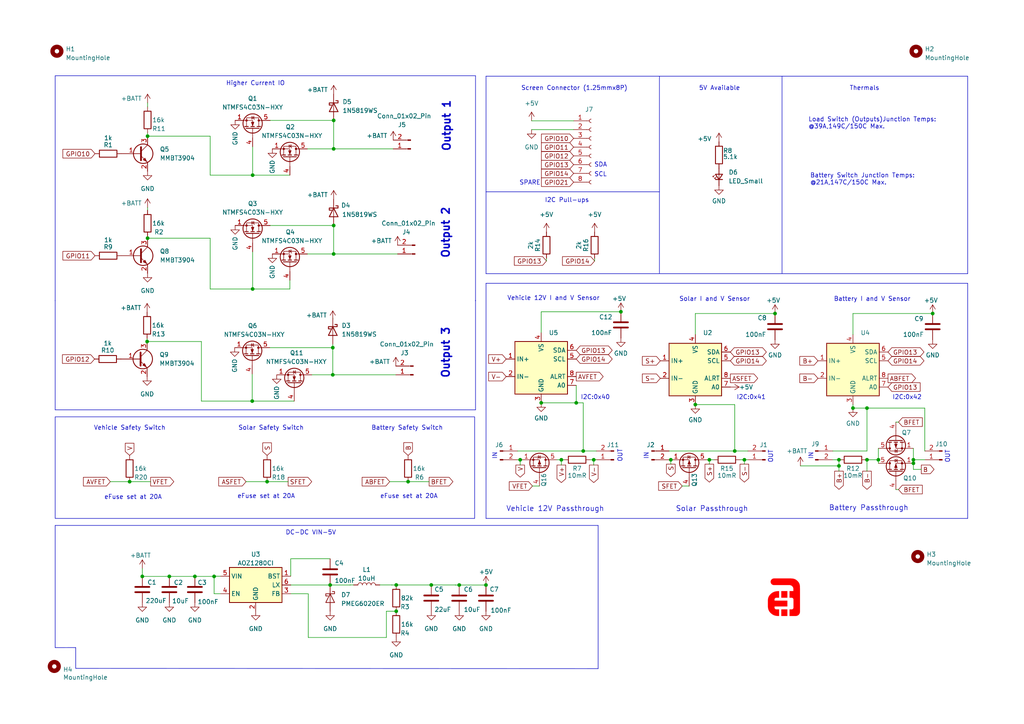
<source format=kicad_sch>
(kicad_sch (version 20231120) (generator "eeschema") (generator_version "8.0")
  (paper "A4")
  (title_block (title "Rear-IO:Basic") (date "2024-05-02") (rev "v0.3") (company "Ace's Electronics"))
  (junction (at 49.1197 167.184))
  (junction (at 254.762 133.35))
  (junction (at 41.274 167.184))
  (junction (at 96.774 73.66))
  (junction (at 169.164 130.81))
  (junction (at 264.922 133.35))
  (junction (at 243.332 133.35))
  (junction (at 125.0823 169.6649))
  (junction (at 162.814 133.35))
  (junction (at 205.74 133.35))
  (junction (at 133.1929 169.6803))
  (junction (at 180.086 90.424))
  (junction (at 77.47 139.7))
  (junction (at 73.279 50.8))
  (junction (at 96.52 100.838))
  (junction (at 56.5195 167.184))
  (junction (at 96.774 34.925))
  (junction (at 118.364 139.7))
  (junction (at 37.592 139.7))
  (junction (at 251.46 133.35))
  (junction (at 114.9223 169.6649))
  (junction (at 96.774 43.18))
  (junction (at 167.132 116.84))
  (junction (at 114.9223 177.2849))
  (junction (at 156.972 116.84))
  (junction (at 42.799 39.497))
  (junction (at 73.152 116.332))
  (junction (at 62.103 167.184))
  (junction (at 201.676 117.348))
  (junction (at 213.106 130.81))
  (junction (at 243.332 135.128))
  (junction (at 96.774 65.405))
  (junction (at 42.672 99.06))
  (junction (at 251.46 118.364))
  (junction (at 73.279 83.82))
  (junction (at 224.79 90.932))
  (junction (at 264.922 134.366))
  (junction (at 42.799 69.088))
  (junction (at 215.9 133.35))
  (junction (at 247.396 118.364))
  (junction (at 172.212 133.35))
  (junction (at 96.52 108.712))
  (junction (at 270.51 90.932))
  (junction (at 194.564 133.35))
  (junction (at 150.876 133.35))
  (junction (at 140.9493 169.6803))
  (junction (at 95.758 169.672))
  (wire (pts (xy 201.676 117.348) (xy 213.106 117.348)))
  (wire (pts (xy 247.396 90.932) (xy 270.51 90.932)))
  (wire (pts (xy 215.9 134.62) (xy 215.9 133.35)))
  (polyline (pts (xy 16.002 152.4) (xy 16.002 187.833)))
  (wire (pts (xy 71.374 139.7) (xy 77.47 139.7)))
  (wire (pts (xy 42.672 98.171) (xy 42.672 99.06)))
  (wire (pts (xy 101.5447 169.6566) (xy 102.5472 169.6566)))
  (wire (pts (xy 60.96 39.497) (xy 60.96 50.8)))
  (wire (pts (xy 243.332 136.652) (xy 243.332 135.128)))
  (polyline (pts (xy 280.67 22.098) (xy 280.67 79.375)))
  (wire (pts (xy 62.103 167.184) (xy 62.103 167.132)))
  (wire (pts (xy 85.344 116.332) (xy 73.152 116.332)))
  (wire (pts (xy 96.774 34.925) (xy 96.774 43.18)))
  (wire (pts (xy 150.876 134.874) (xy 150.876 133.35)))
  (wire (pts (xy 254.762 130.048) (xy 254.762 133.35)))
  (wire (pts (xy 96.52 92.71) (xy 96.52 92.202)))
  (wire (pts (xy 96.774 43.18) (xy 114.046 43.18)))
  (wire (pts (xy 56.5195 167.184) (xy 62.103 167.184)))
  (wire (pts (xy 101.5447 169.6566) (xy 101.5447 169.672)))
  (wire (pts (xy 194.056 133.35) (xy 194.564 133.35)))
  (wire (pts (xy 96.774 73.66) (xy 115.316 73.66)))
  (wire (pts (xy 172.212 133.35) (xy 172.974 133.35)))
  (wire (pts (xy 156.972 90.424) (xy 180.086 90.424)))
  (wire (pts (xy 60.96 69.088) (xy 42.799 69.088)))
  (wire (pts (xy 150.114 133.35) (xy 150.876 133.35)))
  (wire (pts (xy 96.52 108.712) (xy 114.808 108.712)))
  (polyline (pts (xy 137.922 21.971) (xy 137.922 87.249)))
  (wire (pts (xy 162.814 133.35) (xy 161.544 133.35)))
  (wire (pts (xy 96.52 100.838) (xy 96.52 108.712)))
  (wire (pts (xy 84.328 169.672) (xy 95.758 169.672)))
  (wire (pts (xy 73.279 50.8) (xy 84.074 50.8)))
  (wire (pts (xy 150.876 133.35) (xy 151.384 133.35)))
  (wire (pts (xy 167.132 116.84) (xy 169.164 116.84)))
  (wire (pts (xy 251.46 133.35) (xy 254.762 133.35)))
  (wire (pts (xy 264.922 130.048) (xy 264.922 133.35)))
  (wire (pts (xy 132.1012 169.6649) (xy 125.0823 169.6649)))
  (polyline (pts (xy 16.002 187.833) (xy 21.9617 187.8196)))
  (wire (pts (xy 167.132 111.76) (xy 167.132 116.84)))
  (wire (pts (xy 259.842 122.428) (xy 260.604 122.428)))
  (wire (pts (xy 41.274 167.184) (xy 49.1197 167.184)))
  (polyline (pts (xy 140.97 22.098) (xy 280.67 22.098)))
  (wire (pts (xy 132.1012 169.6803) (xy 132.1012 169.6649)))
  (wire (pts (xy 162.814 133.35) (xy 162.814 134.874)))
  (wire (pts (xy 89.154 73.66) (xy 96.774 73.66)))
  (wire (pts (xy 251.46 118.364) (xy 251.46 130.81)))
  (wire (pts (xy 154.432 140.97) (xy 156.464 140.97)))
  (wire (pts (xy 41.274 164.9009) (xy 41.274 167.184)))
  (wire (pts (xy 42.799 68.58) (xy 42.799 69.088)))
  (wire (pts (xy 169.164 130.81) (xy 150.114 130.81)))
  (wire (pts (xy 205.74 134.62) (xy 205.74 133.35)))
  (wire (pts (xy 172.974 130.81) (xy 169.164 130.81)))
  (wire (pts (xy 73.279 73.025) (xy 73.279 83.82)))
  (polyline (pts (xy 140.97 79.375) (xy 140.97 22.098)))
  (wire (pts (xy 60.96 50.8) (xy 73.279 50.8)))
  (wire (pts (xy 32.004 139.7) (xy 37.592 139.7)))
  (wire (pts (xy 194.056 130.81) (xy 213.106 130.81)))
  (wire (pts (xy 154.178 37.592) (xy 166.37 37.592)))
  (wire (pts (xy 247.396 118.364) (xy 251.46 118.364)))
  (wire (pts (xy 113.6523 169.6649) (xy 113.6523 169.6566)))
  (wire (pts (xy 113.6523 169.6649) (xy 114.9223 169.6649)))
  (wire (pts (xy 172.466 75.692) (xy 172.466 74.93)))
  (polyline (pts (xy 16.002 152.4) (xy 173.482 152.4)))
  (wire (pts (xy 254.762 133.35) (xy 254.762 134.366)))
  (polyline (pts (xy 16.002 87.122) (xy 16.002 118.872)))
  (wire (pts (xy 113.6523 169.6566) (xy 110.1672 169.6566)))
  (wire (pts (xy 42.799 39.497) (xy 60.96 39.497)))
  (wire (pts (xy 60.96 83.82) (xy 60.96 69.088)))
  (wire (pts (xy 251.46 133.35) (xy 251.206 133.35)))
  (wire (pts (xy 89.408 184.8966) (xy 112.0722 184.8966)))
  (wire (pts (xy 264.922 133.35) (xy 268.224 133.35)))
  (wire (pts (xy 243.586 133.35) (xy 243.332 133.35)))
  (polyline (pts (xy 140.97 55.626) (xy 191.262 55.626)))
  (wire (pts (xy 213.106 130.81) (xy 216.916 130.81)))
  (wire (pts (xy 42.799 29.845) (xy 42.799 30.988)))
  (wire (pts (xy 58.42 99.06) (xy 42.672 99.06)))
  (polyline (pts (xy 191.262 22.098) (xy 191.262 79.248)))
  (polyline (pts (xy 140.97 82.169) (xy 140.97 150.368)))
  (wire (pts (xy 243.332 133.35) (xy 241.554 133.35)))
  (wire (pts (xy 78.232 100.838) (xy 96.52 100.838)))
  (wire (pts (xy 37.592 139.7) (xy 43.688 139.7)))
  (wire (pts (xy 118.364 139.7) (xy 124.46 139.7)))
  (wire (pts (xy 112.0722 177.2849) (xy 114.9223 177.2849)))
  (wire (pts (xy 62.103 167.132) (xy 64.008 167.132)))
  (wire (pts (xy 42.799 38.608) (xy 42.799 39.497)))
  (wire (pts (xy 49.1197 167.184) (xy 56.5195 167.184)))
  (wire (pts (xy 62.103 167.184) (xy 62.103 172.212)))
  (polyline (pts (xy 16.002 21.971) (xy 137.922 21.971)))
  (wire (pts (xy 42.799 60.198) (xy 42.799 60.96)))
  (wire (pts (xy 78.359 65.405) (xy 96.774 65.405)))
  (wire (pts (xy 90.424 108.712) (xy 96.52 108.712)))
  (wire (pts (xy 172.212 134.874) (xy 172.212 133.35)))
  (wire (pts (xy 247.396 118.364) (xy 247.396 117.348)))
  (polyline (pts (xy 173.482 193.929) (xy 173.482 152.4)))
  (wire (pts (xy 96.52 99.822) (xy 96.52 100.838)))
  (wire (pts (xy 169.164 116.84) (xy 169.164 130.81)))
  (wire (pts (xy 96.774 65.405) (xy 96.774 73.66)))
  (wire (pts (xy 158.496 75.692) (xy 158.496 74.93)))
  (wire (pts (xy 197.866 140.97) (xy 199.898 140.97)))
  (polyline (pts (xy 140.97 79.375) (xy 280.67 79.375)))
  (wire (pts (xy 84.328 167.132) (xy 84.328 162.052)))
  (wire (pts (xy 73.279 83.82) (xy 84.074 83.82)))
  (wire (pts (xy 268.224 130.81) (xy 268.224 118.364)))
  (polyline (pts (xy 137.922 118.872) (xy 137.922 87.122)))
  (wire (pts (xy 232.156 135.128) (xy 243.332 135.128)))
  (wire (pts (xy 154.178 35.052) (xy 166.37 35.052)))
  (wire (pts (xy 133.1929 169.6803) (xy 140.9493 169.6803)))
  (polyline (pts (xy 21.9617 187.8196) (xy 21.9617 193.8544)))
  (wire (pts (xy 58.42 99.06) (xy 58.42 116.332)))
  (wire (pts (xy 201.676 97.028) (xy 201.676 90.932)))
  (polyline (pts (xy 16.002 21.971) (xy 16.002 87.249)))
  (wire (pts (xy 113.03 139.7) (xy 118.364 139.7)))
  (polyline (pts (xy 280.67 82.169) (xy 140.97 82.169)))
  (polyline (pts (xy 140.97 150.368) (xy 280.67 150.368)))
  (wire (pts (xy 132.1012 169.6803) (xy 133.1929 169.6803)))
  (wire (pts (xy 205.74 133.35) (xy 207.01 133.35)))
  (wire (pts (xy 84.074 83.82) (xy 84.074 81.28)))
  (wire (pts (xy 73.279 83.82) (xy 60.96 83.82)))
  (wire (pts (xy 194.564 133.35) (xy 194.818 133.35)))
  (wire (pts (xy 264.922 134.366) (xy 264.922 133.35)))
  (wire (pts (xy 84.328 162.052) (xy 95.758 162.052)))
  (wire (pts (xy 243.332 135.128) (xy 243.332 133.35)))
  (polyline (pts (xy 16.002 118.872) (xy 137.922 118.872)))
  (polyline (pts (xy 21.9617 193.8544) (xy 173.482 193.929)))
  (wire (pts (xy 156.972 96.52) (xy 156.972 90.424)))
  (wire (pts (xy 201.676 90.932) (xy 224.79 90.932)))
  (wire (pts (xy 171.196 133.35) (xy 172.212 133.35)))
  (wire (pts (xy 267.208 136.144) (xy 264.922 136.144)))
  (wire (pts (xy 156.972 116.84) (xy 167.132 116.84)))
  (wire (pts (xy 251.46 136.652) (xy 251.46 133.35)))
  (wire (pts (xy 78.359 34.925) (xy 96.774 34.925)))
  (wire (pts (xy 89.154 43.18) (xy 96.774 43.18)))
  (polyline (pts (xy 280.67 150.368) (xy 280.67 82.169)))
  (wire (pts (xy 64.008 172.212) (xy 62.103 172.212)))
  (wire (pts (xy 247.396 97.028) (xy 247.396 90.932)))
  (polyline (pts (xy 226.822 22.098) (xy 226.822 79.248)))
  (wire (pts (xy 58.42 116.332) (xy 73.152 116.332)))
  (wire (pts (xy 114.9223 169.6649) (xy 125.0823 169.6649)))
  (wire (pts (xy 101.5447 169.672) (xy 95.758 169.672)))
  (wire (pts (xy 194.564 134.62) (xy 194.564 133.35)))
  (wire (pts (xy 205.74 133.35) (xy 204.978 133.35)))
  (wire (pts (xy 73.152 108.458) (xy 73.152 116.332)))
  (wire (pts (xy 213.106 117.348) (xy 213.106 130.81)))
  (wire (pts (xy 241.554 130.81) (xy 251.46 130.81)))
  (wire (pts (xy 163.576 133.35) (xy 162.814 133.35)))
  (wire (pts (xy 73.279 42.545) (xy 73.279 50.8)))
  (wire (pts (xy 89.408 172.212) (xy 89.408 184.8966)))
  (wire (pts (xy 251.46 118.364) (xy 268.224 118.364)))
  (wire (pts (xy 215.9 133.35) (xy 216.916 133.35)))
  (wire (pts (xy 264.922 136.144) (xy 264.922 134.366)))
  (wire (pts (xy 84.328 172.212) (xy 89.408 172.212)))
  (wire (pts (xy 259.842 141.986) (xy 260.604 141.986)))
  (wire (pts (xy 214.63 133.35) (xy 215.9 133.35)))
  (wire (pts (xy 112.0722 184.8966) (xy 112.0722 177.2849)))
  (wire (pts (xy 77.47 139.7) (xy 83.566 139.7)))
  (rectangle (start 16.002 120.904) (end 137.668 150.368))
  (image (at 427.99 90.805) (scale 0.306966))
  (image (at 227.33 173.355) (scale 0.424068))
  (text "Higher Current IO\n" (at 65.532 25.019 0) (effects (font (size 1.27 1.27)) (justify left bottom)))
  (text "I2C:0x40" (at 168.402 116.078 0) (effects (font (size 1.27 1.27)) (justify left bottom)))
  (text "IN" (at 188.214 133.35 90) (effects (font (size 1.27 1.27)) (justify left bottom)))
  (text "Changes from 0.3 to 0.4:" (at 298.704 53.086 0) (effects (font (size 2.2 2.2) (thickness 0.44) (bold yes)) (justify left bottom)))
  (text "Changes from 0.2 to 0.3:" (at 298.704 29.464 0) (effects (font (size 2.2 2.2) (thickness 0.44) (bold yes)) (justify left bottom)))
  (text "Vehicle Safety Switch" (at 27.178 124.968 0) (effects (font (size 1.27 1.27)) (justify left bottom)))
  (text "I2C:0x41" (at 213.614 116.078 0) (effects (font (size 1.27 1.27)) (justify left bottom)))
  (text "Battery Passthrough" (at 251.968 146.558 0) (effects (font (size 1.5 1.5)) (justify top)))
  (text "IN" (at 235.966 133.35 90) (effects (font (size 1.27 1.27)) (justify left bottom)))
  (text "Load Switch (Outputs)Junction Temps: \n@39A,149C/150C Max." (at 234.442 34.036 0) (effects (font (size 1.27 1.27)) (justify left top)))
  (text "OUT" (at 275.59 130.556 90) (effects (font (size 1.27 1.27)) (justify right bottom)))
  (text "eFuse set at 20A" (at 110.236 144.78 0) (effects (font (size 1.27 1.27)) (justify left bottom)))
  (text "Output 2" (at 130.556 75.184 90) (effects (font (size 2.2 2.2) (thickness 0.44) (bold yes)) (justify left bottom)))
  (text "Battery Switch Junction Temps: \n@21A,147C/150C Max." (at 234.95 50.292 0) (effects (font (size 1.27 1.27)) (justify left top)))
  (text "DC-DC VIN-5V" (at 82.804 155.321 0) (effects (font (size 1.27 1.27)) (justify left bottom)))
  (text "Output 1" (at 130.81 44.196 90) (effects (font (size 2.2 2.2) (thickness 0.44) (bold yes)) (justify left bottom)))
  (text "Vehicle 12V Passthrough" (at 161.036 146.812 0) (effects (font (size 1.5 1.5)) (justify top)))
  (text "Screen Connector (1.25mmx8P)" (at 151.13 26.416 0) (effects (font (size 1.27 1.27)) (justify left bottom)))
  (text "OUT" (at 224.282 130.556 90) (effects (font (size 1.27 1.27)) (justify right bottom)))
  (text "Vehicle 12V I and V Sensor" (at 160.528 85.852 0) (effects (font (size 1.27 1.27)) (justify top)))
  (text "Output 3" (at 130.556 109.982 90) (effects (font (size 2.2 2.2) (thickness 0.44) (bold yes)) (justify left bottom)))
  (text "Solar Safety Switch" (at 69.088 124.968 0) (effects (font (size 1.27 1.27)) (justify left bottom)))
  (text "Changes from 0.1 to 0.2:" (at 298.704 14.986 0) (effects (font (size 2.2 2.2) (thickness 0.44) (bold yes)) (justify left bottom)))
  (text "eFuse set at 20A" (at 68.834 144.78 0) (effects (font (size 1.27 1.27)) (justify left bottom)))
  (text "eFuse set at 20A" (at 30.226 145.034 0) (effects (font (size 1.27 1.27)) (justify left bottom)))
  (text "I2C:0x42" (at 258.826 116.078 0) (effects (font (size 1.27 1.27)) (justify left bottom)))
  (text "Battery I and V Sensor" (at 252.984 86.106 0) (effects (font (size 1.27 1.27)) (justify top)))
  (text "Solar I and V Sensor" (at 207.264 86.106 0) (effects (font (size 1.27 1.27)) (justify top)))
  (text "IN" (at 144.272 133.35 90) (effects (font (size 1.27 1.27)) (justify left bottom)))
  (text "Battery Safety Switch" (at 107.696 124.968 0) (effects (font (size 1.27 1.27)) (justify left bottom)))
  (text "Removed an output\nRemoved analog current and voltage monitor\nChanged out Mosfet Driver ICs for BJTs\nChanged all outputs to high current\nAdded Solar and 12V inputs, through diodes\nAdded I2C\nAdded GPIO expander\nAdded I2C current and voltage measurement x3\nAdded MOSFETs to act as digital fuses" (at 298.958 30.861 0) (effects (font (size 1.27 1.27)) (justify left top)))
  (text "I2C Pull-ups" (at 157.988 58.928 0) (effects (font (size 1.27 1.27)) (justify left bottom)))
  (text "Modified PCB edge to better fit the reset button" (at 298.958 54.102 0) (effects (font (size 1.27 1.27)) (justify left top)))
  (text "SDA" (at 172.339 48.641 0) (effects (font (size 1.27 1.27)) (justify left bottom)))
  (text "Thermals" (at 246.38 26.416 0) (effects (font (size 1.27 1.27)) (justify left bottom)))
  (text "OUT" (at 180.594 130.302 90) (effects (font (size 1.27 1.27)) (justify right bottom)))
  (text "SPARE" (at 150.622 53.848 0) (effects (font (size 1.27 1.27)) (justify left bottom)))
  (text "5V Available" (at 202.692 26.416 0) (effects (font (size 1.27 1.27)) (justify left bottom)))
  (text "Notes to self:\nAdd a low IQ 3.3V LDO\nMove PAneL LCD HoLe doWn 3mm" (at 389.636 139.065 0) (effects (font (size 1.6 1.6)) (justify left bottom)))
  (text "Solar Passthrough" (at 206.502 146.812 0) (effects (font (size 1.5 1.5)) (justify top)))
  (text "SCL" (at 172.339 51.435 0) (effects (font (size 1.27 1.27)) (justify left bottom)))
  (text "GPIO13 changed to GPIO21\nAdded IC to measure battery current\nGPIO13 used for Current Measurement ADC\nRemoved USB" (at 299.212 23.876 0) (effects (font (size 1.27 1.27)) (justify left bottom)))
  (global_label "AVFET" (shape output) (at 167.132 109.22 0) (property "Intersheetrefs" "${INTERSHEET_REFS}" (effects (hide yes))))
  (global_label "ABFET" (shape input) (at 113.03 139.7 180) (property "Intersheetrefs" "${INTERSHEET_REFS}" (effects (hide yes))))
  (global_label "GPIO14" (shape bidirectional) (at 257.556 104.648 0) (property "Intersheetrefs" "${INTERSHEET_REFS}" (effects (hide yes))))
  (global_label "BFET" (shape input) (at 260.604 141.986 0) (property "Intersheetrefs" "${INTERSHEET_REFS}" (effects (hide yes))))
  (global_label "AVFET" (shape input) (at 32.004 139.7 180) (property "Intersheetrefs" "${INTERSHEET_REFS}" (effects (hide yes))))
  (global_label "SFET" (shape input) (at 197.866 140.97 180) (property "Intersheetrefs" "${INTERSHEET_REFS}" (effects (hide yes))))
  (global_label "GPIO12" (shape input) (at 166.37 45.212 180) (property "Intersheetrefs" "${INTERSHEET_REFS}" (effects (hide yes))))
  (global_label "V" (shape input) (at 37.592 132.08 90) (property "Intersheetrefs" "${INTERSHEET_REFS}" (effects (hide yes))))
  (global_label "B-" (shape input) (at 237.236 109.728 180) (property "Intersheetrefs" "${INTERSHEET_REFS}" (effects (hide yes))))
  (global_label "V-" (shape input) (at 146.812 109.22 180) (property "Intersheetrefs" "${INTERSHEET_REFS}" (effects (hide yes))))
  (global_label "GPIO13" (shape input) (at 257.556 112.268 0) (property "Intersheetrefs" "${INTERSHEET_REFS}" (effects (hide yes))))
  (global_label "V" (shape output) (at 150.876 134.874 270) (property "Intersheetrefs" "${INTERSHEET_REFS}" (effects (hide yes))))
  (global_label "ASFET" (shape input) (at 71.374 139.7 180) (property "Intersheetrefs" "${INTERSHEET_REFS}" (effects (hide yes))))
  (global_label "GPIO14" (shape bidirectional) (at 211.836 104.648 0) (property "Intersheetrefs" "${INTERSHEET_REFS}" (effects (hide yes))))
  (global_label "GPIO11" (shape input) (at 27.559 74.168 180) (property "Intersheetrefs" "${INTERSHEET_REFS}" (effects (hide yes))))
  (global_label "V+" (shape input) (at 146.812 104.14 180) (property "Intersheetrefs" "${INTERSHEET_REFS}" (effects (hide yes))))
  (global_label "S+" (shape output) (at 205.74 134.62 270) (property "Intersheetrefs" "${INTERSHEET_REFS}" (effects (hide yes))))
  (global_label "VFET" (shape input) (at 154.432 140.97 180) (property "Intersheetrefs" "${INTERSHEET_REFS}" (effects (hide yes))))
  (global_label "B-" (shape output) (at 251.46 136.652 270) (property "Intersheetrefs" "${INTERSHEET_REFS}" (effects (hide yes))))
  (global_label "S" (shape input) (at 77.47 132.08 90) (property "Intersheetrefs" "${INTERSHEET_REFS}" (effects (hide yes))))
  (global_label "SFET" (shape output) (at 83.566 139.7 0) (property "Intersheetrefs" "${INTERSHEET_REFS}" (effects (hide yes))))
  (global_label "GPIO14" (shape input) (at 172.466 75.692 180) (property "Intersheetrefs" "${INTERSHEET_REFS}" (effects (hide yes))))
  (global_label "GPIO13" (shape input) (at 166.37 47.752 180) (property "Intersheetrefs" "${INTERSHEET_REFS}" (effects (hide yes))))
  (global_label "GPIO21" (shape input) (at 166.37 52.832 180) (property "Intersheetrefs" "${INTERSHEET_REFS}" (effects (hide yes))))
  (global_label "GPIO14" (shape bidirectional) (at 167.132 104.14 0) (property "Intersheetrefs" "${INTERSHEET_REFS}" (effects (hide yes))))
  (global_label "GPIO13" (shape bidirectional) (at 257.556 102.108 0) (property "Intersheetrefs" "${INTERSHEET_REFS}" (effects (hide yes))))
  (global_label "VFET" (shape output) (at 43.688 139.7 0) (property "Intersheetrefs" "${INTERSHEET_REFS}" (effects (hide yes))))
  (global_label "GPIO11" (shape input) (at 166.37 42.672 180) (property "Intersheetrefs" "${INTERSHEET_REFS}" (effects (hide yes))))
  (global_label "B+" (shape output) (at 243.332 136.652 270) (property "Intersheetrefs" "${INTERSHEET_REFS}" (effects (hide yes))))
  (global_label "V-" (shape output) (at 172.212 134.874 270) (property "Intersheetrefs" "${INTERSHEET_REFS}" (effects (hide yes))))
  (global_label "GPIO13" (shape bidirectional) (at 211.836 102.108 0) (property "Intersheetrefs" "${INTERSHEET_REFS}" (effects (hide yes))))
  (global_label "GPIO10" (shape input) (at 27.559 44.577 180) (property "Intersheetrefs" "${INTERSHEET_REFS}" (effects (hide yes))))
  (global_label "B+" (shape input) (at 237.236 104.648 180) (property "Intersheetrefs" "${INTERSHEET_REFS}" (effects (hide yes))))
  (global_label "B" (shape input) (at 118.364 132.08 90) (property "Intersheetrefs" "${INTERSHEET_REFS}" (effects (hide yes))))
  (global_label "S" (shape output) (at 194.564 134.62 270) (property "Intersheetrefs" "${INTERSHEET_REFS}" (effects (hide yes))))
  (global_label "GPIO13" (shape input) (at 158.496 75.692 180) (property "Intersheetrefs" "${INTERSHEET_REFS}" (effects (hide yes))))
  (global_label "GPIO13" (shape bidirectional) (at 167.132 101.6 0) (property "Intersheetrefs" "${INTERSHEET_REFS}" (effects (hide yes))))
  (global_label "S-" (shape output) (at 215.9 134.62 270) (property "Intersheetrefs" "${INTERSHEET_REFS}" (effects (hide yes))))
  (global_label "ASFET" (shape output) (at 211.836 109.728 0) (property "Intersheetrefs" "${INTERSHEET_REFS}" (effects (hide yes))))
  (global_label "BFET" (shape output) (at 124.46 139.7 0) (property "Intersheetrefs" "${INTERSHEET_REFS}" (effects (hide yes))))
  (global_label "S+" (shape input) (at 191.516 104.648 180) (property "Intersheetrefs" "${INTERSHEET_REFS}" (effects (hide yes))))
  (global_label "B" (shape output) (at 267.208 136.144 0) (property "Intersheetrefs" "${INTERSHEET_REFS}" (effects (hide yes))))
  (global_label "GPIO12" (shape input) (at 27.432 104.14 180) (property "Intersheetrefs" "${INTERSHEET_REFS}" (effects (hide yes))))
  (global_label "GPIO10" (shape input) (at 166.37 40.132 180) (property "Intersheetrefs" "${INTERSHEET_REFS}" (effects (hide yes))))
  (global_label "GPIO14" (shape input) (at 166.37 50.292 180) (property "Intersheetrefs" "${INTERSHEET_REFS}" (effects (hide yes))))
  (global_label "ABFET" (shape output) (at 257.556 109.728 0) (property "Intersheetrefs" "${INTERSHEET_REFS}" (effects (hide yes))))
  (global_label "V+" (shape output) (at 162.814 134.874 270) (property "Intersheetrefs" "${INTERSHEET_REFS}" (effects (hide yes))))
  (global_label "S-" (shape input) (at 191.516 109.728 180) (property "Intersheetrefs" "${INTERSHEET_REFS}" (effects (hide yes))))
  (global_label "BFET" (shape input) (at 260.604 122.428 0) (property "Intersheetrefs" "${INTERSHEET_REFS}" (effects (hide yes))))
  (symbol (lib_id "INA236AIDDFR_C5443912:INA236AIDDFR_C5443912") (at 201.676 107.188 0) (unit 1)
    (property "Reference" "U2" (at 203.8701 96.52 0) (effects (justify left)))
    (property "Value" "INA236AIDDFR_C5443912" (effects (hide yes)))
    (property "Footprint" "Package_TO_SOT_SMD:SOT-23-8" (effects (hide yes)))
    (property "Datasheet" "http://www.ti.com/lit/ds/symlink/ina219.pdf" (effects (hide yes)))
    (property "Description" "Zero-Drift, Bidirectional Current/Power Monitor (0-26V) With I2C Interface, SOT-23-8" (effects (hide yes)))
    (property "lcsc" "C5443912" (effects (hide yes)))
  )
  (symbol (lib_id "Device:R") (at 31.369 44.577 90) (unit 1)
    (property "Reference" "R1" (at 31.369 42.037 90))
    (property "Value" "1k" (at 31.369 40.005 90))
    (property "Footprint" "Resistor_SMD:R_0603_1608Metric" (effects (hide yes)))
    (property "lcsc" "C21190" (effects (hide yes)))
  )
  (symbol (lib_id "Transistor_FET:PSMN5R2-60YL") (at 84.074 45.72 270) (mirror x) (unit 1)
    (property "Reference" "Q2" (at 82.804 36.83 90) (effects (justify left)))
    (property "Value" "NTMFS4C03N-HXY" (at 75.819 39.37 90) (effects (justify left)))
    (property "Footprint" "Package_TO_SOT_SMD:LFPAK56" (effects (hide yes)))
    (property "Datasheet" "https://assets.nexperia.com/documents/data-sheet/PSMN5R2-60YL.pdf" (effects (hide yes)))
    (property "lcsc" "C5148663" (effects (hide yes)))
  )
  (symbol (lib_id "Device:R") (at 42.672 94.361 0) (unit 1)
    (property "Reference" "R13" (at 45.974 96.901 0))
    (property "Value" "16k" (at 45.847 94.361 0))
    (property "Footprint" "Resistor_SMD:R_0603_1608Metric" (effects (hide yes)))
    (property "lcsc" "C4210" (effects (hide yes)))
  )
  (symbol (lib_id "Transistor_FET:AON6411") (at 156.464 135.89 270) (mirror x) (unit 1)
    (property "Reference" "Q16" (at 157.734 139.192 0))
    (property "Value" "AON6411" (effects (hide yes)))
    (property "Footprint" "Acea:PowerDI5060-8" (effects (hide yes)))
    (property "Datasheet" "http://www.aosmd.com/res/data_sheets/AON6411.pdf" (effects (hide yes)))
    (property "Description" "-85A Id, -20V Vds, P-Channel MOSFET, DFN-8" (effects (hide yes)))
    (property "lcsc" "C397981" (effects (hide yes)))
  )
  (symbol (lib_id "power:GND") (at 56.5195 174.804 0) (unit 1)
    (property "Reference" "#PWR09" (effects (hide yes)))
    (property "Value" "GND" (at 56.5195 179.884 0))
  )
  (symbol (lib_id "Connector:Conn_01x02_Pin") (at 119.126 43.18 180) (unit 1)
    (property "Reference" "J5" (at 116.586 36.195 0))
    (property "Value" "Conn_01x02_Pin" (at 117.221 33.655 0))
    (property "Footprint" "Connector_AMASS:AMASS_XT60PW-F_1x02_P7.20mm_Horizontal" (effects (hide yes)))
    (property "lcsc" "C428722" (effects (hide yes)))
  )
  (symbol (lib_id "Device:R") (at 31.242 104.14 90) (unit 1)
    (property "Reference" "R10" (at 31.242 101.6 90))
    (property "Value" "1k" (at 31.242 99.568 90))
    (property "Footprint" "Resistor_SMD:R_0603_1608Metric" (effects (hide yes)))
    (property "lcsc" "C21190" (effects (hide yes)))
  )
  (symbol (lib_id "power:GND") (at 270.51 98.552 0) (unit 1)
    (property "Reference" "#PWR026" (effects (hide yes)))
    (property "Value" "GND" (at 270.51 102.997 0))
  )
  (symbol (lib_id "power:GND") (at 68.072 100.838 0) (unit 1)
    (property "Reference" "#PWR024" (effects (hide yes)))
    (property "Value" "GND" (at 68.072 104.013 90) (effects (justify right)))
  )
  (symbol (lib_id "power:+5V") (at 211.836 112.268 270) (unit 1)
    (property "Reference" "#PWR029" (effects (hide yes)))
    (property "Value" "+5V" (at 216.408 112.268 90))
  )
  (symbol (lib_id "power:+5V") (at 154.178 35.052 0) (unit 1)
    (property "Reference" "#PWR01" (effects (hide yes)))
    (property "Value" "+5V" (at 154.178 29.972 0))
  )
  (symbol (lib_id "Transistor_FET:AON6411") (at 199.898 135.89 270) (mirror x) (unit 1)
    (property "Reference" "Q13" (at 201.422 139.192 0))
    (property "Value" "AON6411" (effects (hide yes)))
    (property "Footprint" "Acea:PowerDI5060-8" (effects (hide yes)))
    (property "Datasheet" "http://www.aosmd.com/res/data_sheets/AON6411.pdf" (effects (hide yes)))
    (property "Description" "-85A Id, -20V Vds, P-Channel MOSFET, DFN-8" (effects (hide yes)))
    (property "lcsc" "C397981" (effects (hide yes)))
  )
  (symbol (lib_id "Transistor_BJT:MMBT3904") (at 40.132 104.14 0) (unit 1)
    (property "Reference" "Q9" (at 46.228 102.87 0) (effects (justify left)))
    (property "Value" "MMBT3904" (at 46.228 105.41 0) (effects (justify left)))
    (property "Footprint" "Package_TO_SOT_SMD:SOT-23" (effects (hide yes)))
    (property "Datasheet" "https://www.onsemi.com/pdf/datasheet/pzt3904-d.pdf" (effects (hide yes)))
    (property "lcsc" "C8512" (effects (hide yes)))
  )
  (symbol (lib_id "power:GND") (at 133.1929 177.3003 0) (unit 1)
    (property "Reference" "#PWR016" (effects (hide yes)))
    (property "Value" "GND" (at 133.1929 182.3803 0))
  )
  (symbol (lib_id "Connector:Conn_01x02_Pin") (at 221.996 133.35 180) (unit 1)
    (property "Reference" "J1" (at 221.488 129.032 0))
    (property "Value" "Conn_01x02_Pin" (effects (hide yes)))
    (property "Footprint" "Connector_AMASS:AMASS_XT60PW-F_1x02_P7.20mm_Horizontal" (effects (hide yes)))
    (property "lcsc" "C428722" (effects (hide yes)))
  )
  (symbol (lib_id "power:+BATT") (at 42.799 60.198 0) (unit 1)
    (property "Reference" "#PWR042" (effects (hide yes)))
    (property "Value" "+BATT" (at 38.1 58.928 0))
  )
  (symbol (lib_id "power:GND") (at 125.0823 177.2849 0) (unit 1)
    (property "Reference" "#PWR013" (effects (hide yes)))
    (property "Value" "GND" (at 125.0823 182.3649 0))
  )
  (symbol (lib_id "Device:C") (at 49.1197 170.994 0) (unit 1)
    (property "Reference" "C2" (at 50.3897 168.962 0) (effects (justify left)))
    (property "Value" "10uF" (at 49.8817 174.296 0) (effects (justify left)))
    (property "Footprint" "Capacitor_SMD:C_0603_1608Metric" (effects (hide yes)))
    (property "lcsc" "C30926" (effects (hide yes)))
  )
  (symbol (lib_id "Device:R") (at 37.592 135.89 0) (unit 1)
    (property "Reference" "R20" (at 40.894 138.43 0))
    (property "Value" "16k" (at 40.767 135.89 0))
    (property "Footprint" "Resistor_SMD:R_0603_1608Metric" (effects (hide yes)))
    (property "lcsc" "C4210" (effects (hide yes)))
  )
  (symbol (lib_id "Mechanical:MountingHole") (at 15.748 193.294 0) (unit 1)
    (property "Reference" "H4" (at 18.288 194.183 0) (effects (justify left)))
    (property "Value" "MountingHole" (at 18.288 196.469 0) (effects (justify left)))
    (property "Footprint" "MountingHole:MountingHole_3.2mm_M3_DIN965_Pad" (effects (hide yes)))
  )
  (symbol (lib_id "power:+BATT") (at 114.046 40.64 0) (unit 1)
    (property "Reference" "#PWR038" (effects (hide yes)))
    (property "Value" "+BATT" (at 109.347 39.37 0))
  )
  (symbol (lib_id "power:+BATT") (at 115.316 71.12 0) (unit 1)
    (property "Reference" "#PWR050" (effects (hide yes)))
    (property "Value" "+BATT" (at 110.617 69.85 0))
  )
  (symbol (lib_id "Connector:Conn_01x02_Pin") (at 145.034 130.81 0) (unit 1)
    (property "Reference" "J6" (at 144.78 129.032 0))
    (property "Value" "Conn_01x02_Pin" (effects (hide yes)))
    (property "Footprint" "Acea:AMASS_XT90PW-M" (effects (hide yes)))
    (property "lcsc" "C3040689" (effects (hide yes)))
  )
  (symbol (lib_id "Mechanical:MountingHole") (at 16.51 14.859 0) (unit 1)
    (property "Reference" "H1" (at 19.05 14.224 0) (effects (justify left)))
    (property "Value" "MountingHole" (at 19.05 16.764 0) (effects (justify left)))
    (property "Footprint" "MountingHole:MountingHole_3.2mm_M3_DIN965_Pad" (effects (hide yes)))
  )
  (symbol (lib_id "Device:R") (at 167.386 133.35 270) (unit 1)
    (property "Reference" "R7" (at 167.386 135.89 90))
    (property "Value" "10mR" (at 167.386 137.922 90))
    (property "Footprint" "Acea:2728R_C500749" (effects (hide yes)))
    (property "lcsc" "C500749" (effects (hide yes)))
  )
  (symbol (lib_id "Connector:Conn_01x02_Pin") (at 188.976 130.81 0) (unit 1)
    (property "Reference" "J2" (at 188.722 129.032 0))
    (property "Value" "Conn_01x02_Pin" (effects (hide yes)))
    (property "Footprint" "Connector_AMASS:AMASS_XT60PW-M_1x02_P7.20mm_Horizontal" (effects (hide yes)))
    (property "lcsc" "C98732" (effects (hide yes)))
  )
  (symbol (lib_id "Device:R") (at 208.534 44.958 0) (unit 1)
    (property "Reference" "R8" (at 211.074 43.688 0))
    (property "Value" "5.1k" (at 211.836 45.466 0))
    (property "Footprint" "Resistor_SMD:R_0603_1608Metric" (effects (hide yes)))
    (property "lcsc" "C23186" (effects (hide yes)))
  )
  (symbol (lib_id "Device:C") (at 95.758 165.862 0) (unit 1)
    (property "Reference" "C4" (at 97.028 163.322 0) (effects (justify left)))
    (property "Value" "100nF" (at 97.028 168.402 0) (effects (justify left)))
    (property "Footprint" "Capacitor_SMD:C_0603_1608Metric" (effects (hide yes)))
    (property "lcsc" "C30926" (effects (hide yes)))
  )
  (symbol (lib_id "power:+BATT") (at 42.799 29.845 0) (unit 1)
    (property "Reference" "#PWR040" (effects (hide yes)))
    (property "Value" "+BATT" (at 38.1 28.575 0))
  )
  (symbol (lib_id "Diode:PMEG6020ER") (at 95.758 173.482 270) (unit 1)
    (property "Reference" "D7" (at 98.933 172.5295 90) (effects (justify left)))
    (property "Value" "PMEG6020ER" (at 98.933 175.0695 90) (effects (justify left)))
    (property "Footprint" "Diode_SMD:Nexperia_CFP3_SOD-123W" (effects (hide yes)))
    (property "Datasheet" "https://assets.nexperia.com/documents/data-sheet/PMEG6020ER.pdf" (effects (hide yes)))
    (property "lcsc" "C98663" (effects (hide yes)))
  )
  (symbol (lib_id "Regulator_Switching:AOZ1280CI") (at 74.168 169.672 0) (unit 1)
    (property "Reference" "U3" (at 74.168 160.782 0))
    (property "Value" "AOZ1280CI" (at 74.168 163.322 0))
    (property "Footprint" "Package_TO_SOT_SMD:SOT-23-6" (effects (hide yes)))
    (property "Datasheet" "http://aosmd.com/res/data_sheets/AOZ1280CI.pdf" (effects (hide yes)))
    (property "lcsc" "C5123971" (effects (hide yes)))
  )
  (symbol (lib_id "power:GND") (at 68.199 65.405 0) (unit 1)
    (property "Reference" "#PWR019" (effects (hide yes)))
    (property "Value" "GND" (at 68.199 68.58 90) (effects (justify right)))
  )
  (symbol (lib_id "Device:C") (at 224.79 94.742 0) (unit 1)
    (property "Reference" "C8" (at 219.71 92.202 0) (effects (justify left)))
    (property "Value" "100nF" (at 216.154 97.028 0) (effects (justify left)))
    (property "Footprint" "Capacitor_SMD:C_0603_1608Metric" (effects (hide yes)))
    (property "lcsc" "C30926" (effects (hide yes)))
  )
  (symbol (lib_id "power:+5V") (at 270.51 90.932 0) (unit 1)
    (property "Reference" "#PWR025" (effects (hide yes)))
    (property "Value" "+5V" (at 270.002 87.122 0))
  )
  (symbol (lib_id "Mechanical:MountingHole") (at 265.684 14.859 0) (unit 1)
    (property "Reference" "H2" (at 268.224 14.224 0) (effects (justify left)))
    (property "Value" "MountingHole" (at 268.224 16.764 0) (effects (justify left)))
    (property "Footprint" "MountingHole:MountingHole_3.2mm_M3_DIN965_Pad" (effects (hide yes)))
  )
  (symbol (lib_id "Connector:Conn_01x08_Socket") (at 171.45 42.672 0) (unit 1)
    (property "Reference" "J7" (at 169.672 31.75 0) (effects (justify left)))
    (property "Value" "Conn_01x08_Socket" (effects (hide yes)))
    (property "Footprint" "Acea:BOOMELE-Boom-Precision-Elec-C53040_C53040" (effects (hide yes)))
    (property "lcsc" "C53040" (effects (hide yes)))
  )
  (symbol (lib_id "power:+BATT") (at 114.808 106.172 0) (unit 1)
    (property "Reference" "#PWR049" (effects (hide yes)))
    (property "Value" "+BATT" (at 110.109 104.902 0))
  )
  (symbol (lib_id "INA236AIDDFR_C5443912:INA236AIDDFR_C5443912") (at 156.972 106.68 0) (unit 1)
    (property "Reference" "U5" (at 159.1661 96.52 0) (effects (justify left)))
    (property "Value" "INA236AIDDFR_C5443912" (effects (hide yes)))
    (property "Footprint" "Package_TO_SOT_SMD:SOT-23-8" (effects (hide yes)))
    (property "Datasheet" "http://www.ti.com/lit/ds/symlink/ina219.pdf" (effects (hide yes)))
    (property "Description" "Zero-Drift, Bidirectional Current/Power Monitor (0-26V) With I2C Interface, SOT-23-8" (effects (hide yes)))
    (property "lcsc" "C5443912" (effects (hide yes)))
  )
  (symbol (lib_id "Device:LED_Small") (at 208.534 51.308 90) (unit 1)
    (property "Reference" "D6" (at 211.328 49.9745 90) (effects (justify right)))
    (property "Value" "LED_Small" (at 211.328 52.5145 90) (effects (justify right)))
    (property "Footprint" "LED_SMD:LED_0603_1608Metric" (effects (hide yes)))
    (property "lcsc" "C84264" (effects (hide yes)))
  )
  (symbol (lib_id "Device:C") (at 125.0823 173.4749 0) (unit 1)
    (property "Reference" "C5" (at 125.984 170.942 0) (effects (justify left)))
    (property "Value" "22uF" (at 125.984 176.784 0) (effects (justify left)))
    (property "Footprint" "Capacitor_SMD:CP_Elec_6.3x5.4" (effects (hide yes)))
    (property "lcsc" "C98744" (effects (hide yes)))
  )
  (symbol (lib_id "power:GND") (at 42.799 49.657 0) (unit 1)
    (property "Reference" "#PWR036" (effects (hide yes)))
    (property "Value" "GND" (at 42.799 54.737 0))
  )
  (symbol (lib_id "power:GND") (at 180.086 98.044 0) (unit 1)
    (property "Reference" "#PWR06" (effects (hide yes)))
    (property "Value" "GND" (at 180.086 102.489 0))
  )
  (symbol (lib_id "power:GND") (at 156.972 116.84 0) (unit 1)
    (property "Reference" "#PWR07" (effects (hide yes)))
    (property "Value" "GND" (at 156.972 121.285 0))
  )
  (symbol (lib_id "power:GND") (at 208.534 53.848 0) (unit 1)
    (property "Reference" "#PWR031" (effects (hide yes)))
    (property "Value" "GND" (at 208.534 58.293 0))
  )
  (symbol (lib_id "power:+BATT") (at 96.774 27.305 0) (unit 1)
    (property "Reference" "#PWR039" (effects (hide yes)))
    (property "Value" "+BATT" (at 92.075 26.035 0))
  )
  (symbol (lib_id "power:GND") (at 68.199 34.925 0) (unit 1)
    (property "Reference" "#PWR018" (effects (hide yes)))
    (property "Value" "GND" (at 68.199 38.1 90) (effects (justify right)))
  )
  (symbol (lib_id "power:GND") (at 41.274 174.804 0) (unit 1)
    (property "Reference" "#PWR04" (effects (hide yes)))
    (property "Value" "GND" (at 41.274 179.884 0))
  )
  (symbol (lib_id "Transistor_FET:PSMN5R2-60YL") (at 73.152 103.378 270) (mirror x) (unit 1)
    (property "Reference" "Q6" (at 71.882 94.488 90) (effects (justify left)))
    (property "Value" "NTMFS4C03N-HXY" (at 64.897 97.028 90) (effects (justify left)))
    (property "Footprint" "Package_TO_SOT_SMD:LFPAK56" (effects (hide yes)))
    (property "Datasheet" "https://assets.nexperia.com/documents/data-sheet/PSMN5R2-60YL.pdf" (effects (hide yes)))
    (property "lcsc" "C5148663" (effects (hide yes)))
  )
  (symbol (lib_id "Device:R") (at 114.9223 181.0949 0) (unit 1)
    (property "Reference" "R4" (at 117.4623 183.6349 0))
    (property "Value" "16k" (at 118.0973 181.0949 0))
    (property "Footprint" "Resistor_SMD:R_0603_1608Metric" (effects (hide yes)))
    (property "lcsc" "C4210" (effects (hide yes)))
  )
  (symbol (lib_id "Transistor_FET:PSMN5R2-60YL") (at 73.279 67.945 270) (mirror x) (unit 1)
    (property "Reference" "Q3" (at 73.279 59.055 90))
    (property "Value" "NTMFS4C03N-HXY" (at 73.279 61.595 90))
    (property "Footprint" "Package_TO_SOT_SMD:LFPAK56" (effects (hide yes)))
    (property "Datasheet" "https://assets.nexperia.com/documents/data-sheet/PSMN5R2-60YL.pdf" (effects (hide yes)))
    (property "lcsc" "C5148663" (effects (hide yes)))
  )
  (symbol (lib_id "Device:C") (at 180.086 94.234 0) (unit 1)
    (property "Reference" "C12" (at 173.736 91.948 0) (effects (justify left)))
    (property "Value" "100nF" (at 171.45 96.52 0) (effects (justify left)))
    (property "Footprint" "Capacitor_SMD:C_0603_1608Metric" (effects (hide yes)))
    (property "lcsc" "C30926" (effects (hide yes)))
  )
  (symbol (lib_id "Diode:1N5819WS") (at 96.774 61.595 270) (unit 1)
    (property "Reference" "D4" (at 98.933 59.563 90) (effects (justify left)))
    (property "Value" "1N5819WS" (at 99.187 62.23 90) (effects (justify left)))
    (property "Footprint" "Diode_SMD:D_SOD-323" (effects (hide yes)))
    (property "Datasheet" "https://datasheet.lcsc.com/lcsc/2204281430_Guangdong-Hottech-1N5819WS_C191023.pdf" (effects (hide yes)))
    (property "lcsc" "C2927280" (effects (hide yes)))
  )
  (symbol (lib_id "Connector:Conn_01x02_Pin") (at 119.888 108.712 180) (unit 1)
    (property "Reference" "J3" (at 117.348 102.362 0))
    (property "Value" "Conn_01x02_Pin" (at 117.983 99.822 0))
    (property "Footprint" "Connector_AMASS:AMASS_XT60PW-F_1x02_P7.20mm_Horizontal" (effects (hide yes)))
    (property "lcsc" "C428722" (effects (hide yes)))
  )
  (symbol (lib_id "Mechanical:MountingHole") (at 266.192 161.417 0) (unit 1)
    (property "Reference" "H3" (at 268.732 160.782 0) (effects (justify left)))
    (property "Value" "MountingHole" (at 268.732 163.322 0) (effects (justify left)))
    (property "Footprint" "MountingHole:MountingHole_3.2mm_M3_DIN965_Pad" (effects (hide yes)))
  )
  (symbol (lib_id "Device:C") (at 41.274 170.994 0) (unit 1)
    (property "Reference" "C1" (at 42.7262 168.91 0) (effects (justify left)))
    (property "Value" "220uF" (at 42.2182 174.244 0) (effects (justify left)))
    (property "Footprint" "Capacitor_SMD:CP_Elec_6.3x7.7" (effects (hide yes)))
    (property "lcsc" "C340768" (effects (hide yes)))
  )
  (symbol (lib_id "Device:L") (at 106.3572 169.6566 90) (unit 1)
    (property "Reference" "L1" (at 106.3572 165.2116 90))
    (property "Value" "10uH" (at 106.3572 167.7516 90))
    (property "Footprint" "Inductor_SMD:L_Chilisin_BMRA00040415" (effects (hide yes)))
    (property "lcsc" "C2847473" (effects (hide yes)))
  )
  (symbol (lib_id "Device:C") (at 56.5195 170.994 0) (unit 1)
    (property "Reference" "C3" (at 57.2815 168.962 0) (effects (justify left)))
    (property "Value" "100nF" (at 57.2815 174.55 0) (effects (justify left)))
    (property "Footprint" "Capacitor_SMD:C_0603_1608Metric" (effects (hide yes)))
    (property "lcsc" "C30926" (effects (hide yes)))
  )
  (symbol (lib_id "power:+5V") (at 172.466 67.31 0) (unit 1)
    (property "Reference" "#PWR035" (effects (hide yes)))
    (property "Value" "+5V" (at 172.466 62.23 0))
  )
  (symbol (lib_id "Connector:Conn_01x02_Pin") (at 236.474 130.81 0) (unit 1)
    (property "Reference" "J9" (at 236.474 128.778 0))
    (property "Value" "Conn_01x02_Pin" (effects (hide yes)))
    (property "Footprint" "Connector_AMASS:AMASS_XT60PW-M_1x02_P7.20mm_Horizontal" (effects (hide yes)))
    (property "lcsc" "C98732" (effects (hide yes)))
  )
  (symbol (lib_id "power:GND") (at 42.799 79.248 0) (unit 1)
    (property "Reference" "#PWR021" (effects (hide yes)))
    (property "Value" "GND" (at 42.799 84.328 0))
  )
  (symbol (lib_id "Connector:Conn_01x02_Pin") (at 120.396 73.66 180) (unit 1)
    (property "Reference" "J4" (at 117.856 67.31 0))
    (property "Value" "Conn_01x02_Pin" (at 118.491 64.77 0))
    (property "Footprint" "Connector_AMASS:AMASS_XT60PW-F_1x02_P7.20mm_Horizontal" (effects (hide yes)))
    (property "lcsc" "C428722" (effects (hide yes)))
  )
  (symbol (lib_id "Transistor_FET:PSMN5R2-60YL") (at 84.074 76.2 270) (mirror x) (unit 1)
    (property "Reference" "Q4" (at 82.804 67.31 90) (effects (justify left)))
    (property "Value" "NTMFS4C03N-HXY" (at 75.819 69.85 90) (effects (justify left)))
    (property "Footprint" "Package_TO_SOT_SMD:LFPAK56" (effects (hide yes)))
    (property "Datasheet" "https://assets.nexperia.com/documents/data-sheet/PSMN5R2-60YL.pdf" (effects (hide yes)))
    (property "lcsc" "C5148663" (effects (hide yes)))
  )
  (symbol (lib_id "power:+BATT") (at 41.274 164.9009 0) (unit 1)
    (property "Reference" "#PWR047" (effects (hide yes)))
    (property "Value" "+BATT" (at 40.766 161.0909 0))
  )
  (symbol (lib_id "Device:R") (at 77.47 135.89 0) (unit 1)
    (property "Reference" "R18" (at 80.772 138.43 0))
    (property "Value" "16k" (at 80.645 135.89 0))
    (property "Footprint" "Resistor_SMD:R_0603_1608Metric" (effects (hide yes)))
    (property "lcsc" "C4210" (effects (hide yes)))
  )
  (symbol (lib_id "power:GND") (at 224.79 98.552 0) (unit 1)
    (property "Reference" "#PWR037" (effects (hide yes)))
    (property "Value" "GND" (at 224.79 102.997 0))
  )
  (symbol (lib_id "Device:C") (at 270.51 94.742 0) (unit 1)
    (property "Reference" "C9" (at 265.176 92.456 0) (effects (justify left)))
    (property "Value" "100nF" (at 261.874 97.028 0) (effects (justify left)))
    (property "Footprint" "Capacitor_SMD:C_0603_1608Metric" (effects (hide yes)))
    (property "lcsc" "C30926" (effects (hide yes)))
  )
  (symbol (lib_id "power:+BATT") (at 42.672 90.551 0) (unit 1)
    (property "Reference" "#PWR043" (effects (hide yes)))
    (property "Value" "+BATT" (at 37.973 89.281 0))
  )
  (symbol (lib_id "Device:R") (at 114.9223 173.4749 0) (unit 1)
    (property "Reference" "R3" (at 117.4623 176.0149 0))
    (property "Value" "82k" (at 118.0973 173.4749 0))
    (property "Footprint" "Resistor_SMD:R_0603_1608Metric" (effects (hide yes)))
    (property "lcsc" "C103831" (effects (hide yes)))
  )
  (symbol (lib_id "power:+5V") (at 208.534 41.148 0) (unit 1)
    (property "Reference" "#PWR032" (effects (hide yes)))
    (property "Value" "+5V" (at 204.343 40.259 0))
  )
  (symbol (lib_id "Device:C") (at 140.9493 173.4903 0) (unit 1)
    (property "Reference" "C7" (at 141.986 170.942 0) (effects (justify left)))
    (property "Value" "100nF" (at 142.24 177.038 0) (effects (justify left)))
    (property "Footprint" "Capacitor_SMD:C_0603_1608Metric" (effects (hide yes)))
    (property "lcsc" "C30926" (effects (hide yes)))
  )
  (symbol (lib_id "Device:R") (at 158.496 71.12 180) (unit 1)
    (property "Reference" "R14" (at 155.956 71.12 90))
    (property "Value" "2k" (at 153.924 71.12 90))
    (property "Footprint" "Resistor_SMD:R_0603_1608Metric" (effects (hide yes)))
    (property "lcsc" "C22975" (effects (hide yes)))
  )
  (symbol (lib_id "Diode:1N5819WS") (at 96.52 96.012 270) (unit 1)
    (property "Reference" "D3" (at 99.06 94.4245 90) (effects (justify left)))
    (property "Value" "1N5819WS" (at 99.06 96.9645 90) (effects (justify left)))
    (property "Footprint" "Diode_SMD:D_SOD-323" (effects (hide yes)))
    (property "Datasheet" "https://datasheet.lcsc.com/lcsc/2204281430_Guangdong-Hottech-1N5819WS_C191023.pdf" (effects (hide yes)))
    (property "lcsc" "C2927280" (effects (hide yes)))
  )
  (symbol (lib_id "power:+5V") (at 180.086 90.424 0) (unit 1)
    (property "Reference" "#PWR044" (effects (hide yes)))
    (property "Value" "+5V" (at 179.578 86.614 0))
  )
  (symbol (lib_id "Device:C") (at 133.1929 173.4903 0) (unit 1)
    (property "Reference" "C6" (at 134.4756 170.9574 0) (effects (justify left)))
    (property "Value" "10uF" (at 134.4756 176.7994 0) (effects (justify left)))
    (property "Footprint" "Capacitor_SMD:C_0603_1608Metric" (effects (hide yes)))
    (property "lcsc" "C30926" (effects (hide yes)))
  )
  (symbol (lib_id "power:GND") (at 74.168 177.292 0) (unit 1)
    (property "Reference" "#PWR010" (effects (hide yes)))
    (property "Value" "GND" (at 74.168 182.372 0))
  )
  (symbol (lib_id "power:GND") (at 42.672 109.22 0) (unit 1)
    (property "Reference" "#PWR022" (effects (hide yes)))
    (property "Value" "GND" (at 42.672 114.3 0))
  )
  (symbol (lib_id "power:GND") (at 154.178 37.592 0) (unit 1)
    (property "Reference" "#PWR02" (effects (hide yes)))
    (property "Value" "GND" (at 154.178 42.672 0))
  )
  (symbol (lib_id "Device:R") (at 210.82 133.35 270) (unit 1)
    (property "Reference" "R15" (at 210.82 135.89 90))
    (property "Value" "10mR" (at 210.82 137.922 90))
    (property "Footprint" "Acea:2728R_C500749" (effects (hide yes)))
    (property "lcsc" "C500749" (effects (hide yes)))
  )
  (symbol (lib_id "power:+BATT") (at 96.52 92.71 0) (unit 1)
    (property "Reference" "#PWR045" (effects (hide yes)))
    (property "Value" "+BATT" (at 91.821 91.44 0))
  )
  (symbol (lib_id "Device:R") (at 118.364 135.89 0) (unit 1)
    (property "Reference" "R6" (at 121.666 138.43 0))
    (property "Value" "16k" (at 121.539 135.89 0))
    (property "Footprint" "Resistor_SMD:R_0603_1608Metric" (effects (hide yes)))
    (property "lcsc" "C4210" (effects (hide yes)))
  )
  (symbol (lib_id "Transistor_FET:AON6411") (at 259.842 127.508 90) (mirror x) (unit 1)
    (property "Reference" "Q7" (at 262.89 125.476 90))
    (property "Value" "AON6411" (effects (hide yes)))
    (property "Footprint" "Acea:PowerDI5060-8" (effects (hide yes)))
    (property "Datasheet" "http://www.aosmd.com/res/data_sheets/AON6411.pdf" (effects (hide yes)))
    (property "Description" "-85A Id, -20V Vds, P-Channel MOSFET, DFN-8" (effects (hide yes)))
    (property "lcsc" "C397981" (effects (hide yes)))
  )
  (symbol (lib_id "Transistor_FET:PSMN5R2-60YL") (at 73.279 37.465 270) (mirror x) (unit 1)
    (property "Reference" "Q1" (at 73.279 28.575 90))
    (property "Value" "NTMFS4C03N-HXY" (at 73.279 31.115 90))
    (property "Footprint" "Package_TO_SOT_SMD:LFPAK56" (effects (hide yes)))
    (property "Datasheet" "https://assets.nexperia.com/documents/data-sheet/PSMN5R2-60YL.pdf" (effects (hide yes)))
    (property "lcsc" "C5148663" (effects (hide yes)))
  )
  (symbol (lib_id "Device:R") (at 42.799 64.77 0) (unit 1)
    (property "Reference" "R2" (at 46.101 67.31 0))
    (property "Value" "16k" (at 45.974 64.77 0))
    (property "Footprint" "Resistor_SMD:R_0603_1608Metric" (effects (hide yes)))
    (property "lcsc" "C4210" (effects (hide yes)))
  )
  (symbol (lib_id "INA236AIDDFR_C5443912:INA236AIDDFR_C5443912") (at 247.396 107.188 0) (unit 1)
    (property "Reference" "U4" (at 249.5901 96.52 0) (effects (justify left)))
    (property "Value" "INA236AIDDFR_C5443912" (effects (hide yes)))
    (property "Footprint" "Package_TO_SOT_SMD:SOT-23-8" (effects (hide yes)))
    (property "Datasheet" "http://www.ti.com/lit/ds/symlink/ina219.pdf" (effects (hide yes)))
    (property "Description" "Zero-Drift, Bidirectional Current/Power Monitor (0-26V) With I2C Interface, SOT-23-8" (effects (hide yes)))
    (property "lcsc" "C5443912" (effects (hide yes)))
  )
  (symbol (lib_id "Connector:Conn_01x02_Pin") (at 273.304 133.35 180) (unit 1)
    (property "Reference" "J10" (at 273.05 128.778 0))
    (property "Value" "Conn_01x02_Pin" (effects (hide yes)))
    (property "Footprint" "Acea:AMASS_XT90PW-M" (effects (hide yes)))
    (property "lcsc" "C3040689" (effects (hide yes)))
  )
  (symbol (lib_id "Transistor_BJT:MMBT3904") (at 40.259 74.168 0) (unit 1)
    (property "Reference" "Q8" (at 46.355 72.898 0) (effects (justify left)))
    (property "Value" "MMBT3904" (at 46.355 75.438 0) (effects (justify left)))
    (property "Footprint" "Package_TO_SOT_SMD:SOT-23" (effects (hide yes)))
    (property "Datasheet" "https://www.onsemi.com/pdf/datasheet/pzt3904-d.pdf" (effects (hide yes)))
    (property "lcsc" "C8512" (effects (hide yes)))
  )
  (symbol (lib_id "power:+5V") (at 158.496 67.31 0) (unit 1)
    (property "Reference" "#PWR03" (effects (hide yes)))
    (property "Value" "+5V" (at 158.496 62.23 0))
  )
  (symbol (lib_id "Device:R") (at 247.396 133.35 270) (unit 1)
    (property "Reference" "R12" (at 247.396 135.89 90))
    (property "Value" "10mR" (at 247.396 137.922 90))
    (property "Footprint" "Acea:2728R_C500749" (effects (hide yes)))
    (property "lcsc" "C500749" (effects (hide yes)))
  )
  (symbol (lib_id "power:GND") (at 201.676 117.348 0) (unit 1)
    (property "Reference" "#PWR014" (effects (hide yes)))
    (property "Value" "GND" (at 201.676 121.793 0))
  )
  (symbol (lib_id "power:GND") (at 80.264 108.712 0) (unit 1)
    (property "Reference" "#PWR015" (effects (hide yes)))
    (property "Value" "GND" (at 80.264 111.887 90) (effects (justify right)))
  )
  (symbol (lib_id "Device:R") (at 172.466 71.12 180) (unit 1)
    (property "Reference" "R16" (at 169.926 71.12 90))
    (property "Value" "2k" (at 167.894 71.12 90))
    (property "Footprint" "Resistor_SMD:R_0603_1608Metric" (effects (hide yes)))
    (property "lcsc" "C22975" (effects (hide yes)))
  )
  (symbol (lib_id "power:GND") (at 49.1197 174.804 0) (unit 1)
    (property "Reference" "#PWR05" (effects (hide yes)))
    (property "Value" "GND" (at 49.1197 179.884 0))
  )
  (symbol (lib_id "Device:R") (at 31.369 74.168 90) (unit 1)
    (property "Reference" "R9" (at 31.369 71.628 90))
    (property "Value" "1k" (at 31.369 69.596 90))
    (property "Footprint" "Resistor_SMD:R_0603_1608Metric" (effects (hide yes)))
    (property "lcsc" "C21190" (effects (hide yes)))
  )
  (symbol (lib_id "power:+5V") (at 140.9493 169.6803 0) (unit 1)
    (property "Reference" "#PWR027" (effects (hide yes)))
    (property "Value" "+5V" (at 140.9493 165.8703 0))
  )
  (symbol (lib_id "Transistor_FET:PSMN5R2-60YL") (at 85.344 111.252 270) (mirror x) (unit 1)
    (property "Reference" "Q11" (at 84.074 102.362 90) (effects (justify left)))
    (property "Value" "NTMFS4C03N-HXY" (at 77.089 104.902 90) (effects (justify left)))
    (property "Footprint" "Package_TO_SOT_SMD:LFPAK56" (effects (hide yes)))
    (property "Datasheet" "https://assets.nexperia.com/documents/data-sheet/PSMN5R2-60YL.pdf" (effects (hide yes)))
    (property "lcsc" "C5148663" (effects (hide yes)))
  )
  (symbol (lib_id "power:GND") (at 78.994 43.18 0) (unit 1)
    (property "Reference" "#PWR017" (effects (hide yes)))
    (property "Value" "GND" (at 78.994 46.355 90) (effects (justify right)))
  )
  (symbol (lib_id "power:GND") (at 140.9493 177.3003 0) (unit 1)
    (property "Reference" "#PWR028" (effects (hide yes)))
    (property "Value" "GND" (at 140.9493 182.3803 0))
  )
  (symbol (lib_id "Device:R") (at 42.799 34.798 0) (unit 1)
    (property "Reference" "R11" (at 46.101 37.338 0))
    (property "Value" "16k" (at 45.974 34.798 0))
    (property "Footprint" "Resistor_SMD:R_0603_1608Metric" (effects (hide yes)))
    (property "lcsc" "C4210" (effects (hide yes)))
  )
  (symbol (lib_id "power:GND") (at 95.758 177.292 0) (unit 1)
    (property "Reference" "#PWR011" (effects (hide yes)))
    (property "Value" "GND" (at 95.758 182.372 0))
  )
  (symbol (lib_id "Diode:1N5819WS") (at 96.774 31.115 270) (unit 1)
    (property "Reference" "D5" (at 99.314 29.5275 90) (effects (justify left)))
    (property "Value" "1N5819WS" (at 99.314 32.0675 90) (effects (justify left)))
    (property "Footprint" "Diode_SMD:D_SOD-323" (effects (hide yes)))
    (property "Datasheet" "https://datasheet.lcsc.com/lcsc/2204281430_Guangdong-Hottech-1N5819WS_C191023.pdf" (effects (hide yes)))
    (property "lcsc" "C2927280" (effects (hide yes)))
  )
  (symbol (lib_id "power:GND") (at 114.9223 184.9049 0) (unit 1)
    (property "Reference" "#PWR012" (effects (hide yes)))
    (property "Value" "GND" (at 114.9223 189.9849 0))
  )
  (symbol (lib_id "Connector:Conn_01x02_Pin") (at 178.054 133.35 180) (unit 1)
    (property "Reference" "J11" (at 177.8 129.032 0))
    (property "Value" "Conn_01x02_Pin" (effects (hide yes)))
    (property "Footprint" "Connector_AMASS:AMASS_XT60PW-F_1x02_P7.20mm_Horizontal" (effects (hide yes)))
    (property "lcsc" "C428722" (effects (hide yes)))
  )
  (symbol (lib_id "Transistor_BJT:MMBT3904") (at 40.259 44.577 0) (unit 1)
    (property "Reference" "Q5" (at 46.355 43.307 0) (effects (justify left)))
    (property "Value" "MMBT3904" (at 46.355 45.847 0) (effects (justify left)))
    (property "Footprint" "Package_TO_SOT_SMD:SOT-23" (effects (hide yes)))
    (property "Datasheet" "https://www.onsemi.com/pdf/datasheet/pzt3904-d.pdf" (effects (hide yes)))
    (property "lcsc" "C8512" (effects (hide yes)))
  )
  (symbol (lib_id "power:+BATT") (at 232.156 135.128 0) (unit 1)
    (property "Reference" "#PWR034" (effects (hide yes)))
    (property "Value" "+BATT" (at 231.14 130.81 0))
  )
  (symbol (lib_id "power:+5V") (at 224.79 90.932 0) (unit 1)
    (property "Reference" "#PWR08" (effects (hide yes)))
    (property "Value" "+5V" (at 224.282 87.122 0))
  )
  (symbol (lib_id "power:+BATT") (at 96.774 57.785 0) (unit 1)
    (property "Reference" "#PWR041" (effects (hide yes)))
    (property "Value" "+BATT" (at 92.075 56.515 0))
  )
  (symbol (lib_id "Transistor_FET:AON6411") (at 259.842 136.906 90) (unit 1)
    (property "Reference" "Q10" (at 263.906 138.684 90))
    (property "Value" "AON6411" (effects (hide yes)))
    (property "Footprint" "Acea:PowerDI5060-8" (effects (hide yes)))
    (property "Datasheet" "http://www.aosmd.com/res/data_sheets/AON6411.pdf" (effects (hide yes)))
    (property "Description" "-85A Id, -20V Vds, P-Channel MOSFET, DFN-8" (effects (hide yes)))
    (property "lcsc" "C397981" (effects (hide yes)))
  )
  (symbol (lib_id "power:GND") (at 78.994 73.66 0) (unit 1)
    (property "Reference" "#PWR020" (effects (hide yes)))
    (property "Value" "GND" (at 78.994 76.835 90) (effects (justify right)))
  )
  (symbol (lib_id "power:GND") (at 247.396 118.364 0) (unit 1)
    (property "Reference" "#PWR023" (effects (hide yes)))
    (property "Value" "GND" (at 247.396 122.809 0))
  )
)
</source>
